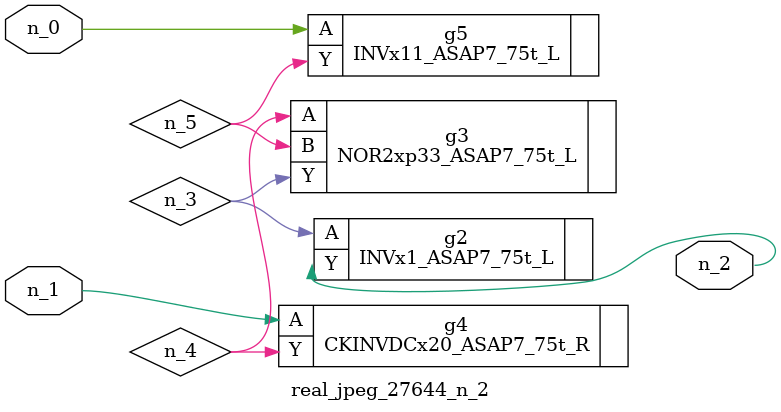
<source format=v>
module real_jpeg_27644_n_2 (n_1, n_0, n_2);

input n_1;
input n_0;

output n_2;

wire n_5;
wire n_4;
wire n_3;

INVx11_ASAP7_75t_L g5 ( 
.A(n_0),
.Y(n_5)
);

CKINVDCx20_ASAP7_75t_R g4 ( 
.A(n_1),
.Y(n_4)
);

INVx1_ASAP7_75t_L g2 ( 
.A(n_3),
.Y(n_2)
);

NOR2xp33_ASAP7_75t_L g3 ( 
.A(n_4),
.B(n_5),
.Y(n_3)
);


endmodule
</source>
